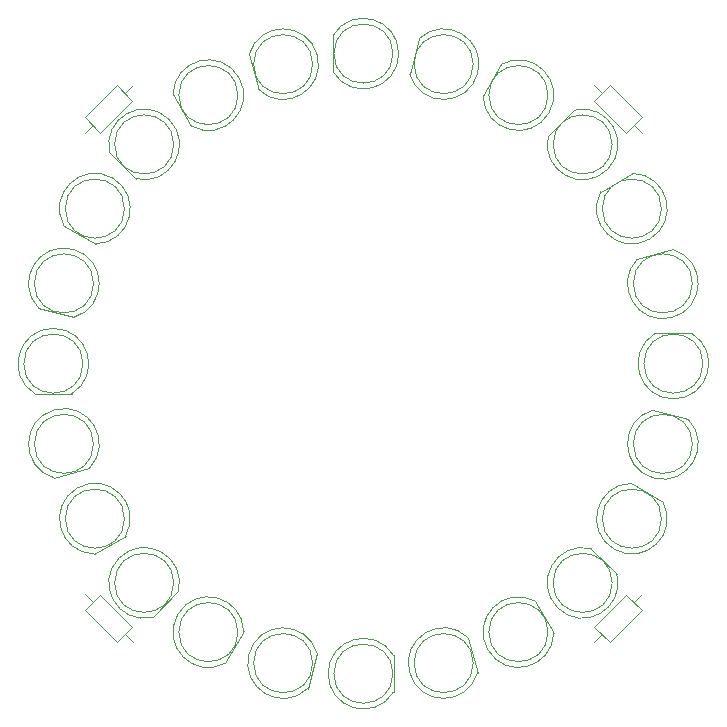
<source format=gbr>
%TF.GenerationSoftware,KiCad,Pcbnew,(5.1.6)-1*%
%TF.CreationDate,2020-08-06T18:29:29-04:00*%
%TF.ProjectId,RingLight,52696e67-4c69-4676-9874-2e6b69636164,rev?*%
%TF.SameCoordinates,Original*%
%TF.FileFunction,Legend,Top*%
%TF.FilePolarity,Positive*%
%FSLAX46Y46*%
G04 Gerber Fmt 4.6, Leading zero omitted, Abs format (unit mm)*
G04 Created by KiCad (PCBNEW (5.1.6)-1) date 2020-08-06 18:29:29*
%MOMM*%
%LPD*%
G01*
G04 APERTURE LIST*
%ADD10C,0.120000*%
G04 APERTURE END LIST*
D10*
%TO.C,D2*%
X77144447Y-93206000D02*
G75*
G03*
X77144447Y-93206000I-2500000J0D01*
G01*
X72489515Y-95278895D02*
X75474226Y-96078646D01*
X75418762Y-90318001D02*
G75*
G03*
X72489679Y-95278939I-774315J-2887999D01*
G01*
X75417870Y-90317761D02*
G75*
G02*
X75474062Y-96078602I-773423J-2888239D01*
G01*
%TO.C,D3*%
X79766833Y-86875000D02*
G75*
G03*
X79766833Y-86875000I-2500000J0D01*
G01*
X74648824Y-88319525D02*
X77324842Y-89864525D01*
X78762233Y-84285815D02*
G75*
G03*
X74648971Y-88319610I-1495400J-2589185D01*
G01*
X78761433Y-84285353D02*
G75*
G02*
X77324695Y-89864440I-1494600J-2589647D01*
G01*
%TO.C,D4*%
X83938447Y-81438447D02*
G75*
G03*
X83938447Y-81438447I-2500000J0D01*
G01*
X78535773Y-82156161D02*
X80720733Y-84341121D01*
X83553023Y-79324523D02*
G75*
G03*
X78535893Y-82156281I-2114576J-2113924D01*
G01*
X83552371Y-79323871D02*
G75*
G02*
X80720613Y-84341001I-2113924J-2114576D01*
G01*
%TO.C,D5*%
X89375000Y-77266833D02*
G75*
G03*
X89375000Y-77266833I-2500000J0D01*
G01*
X83885475Y-77208824D02*
X85430475Y-79884842D01*
X89464647Y-75772233D02*
G75*
G03*
X83885560Y-77208971I-2589647J-1494600D01*
G01*
X89464185Y-75771433D02*
G75*
G02*
X85430390Y-79884695I-2589185J-1495400D01*
G01*
%TO.C,D6*%
X95706000Y-74644447D02*
G75*
G03*
X95706000Y-74644447I-2500000J0D01*
G01*
X90333354Y-73814668D02*
X91133105Y-76799379D01*
X96094239Y-73871024D02*
G75*
G03*
X90333398Y-73814832I-2888239J-773423D01*
G01*
X96093999Y-73870132D02*
G75*
G02*
X91133061Y-76799215I-2887999J-774315D01*
G01*
%TO.C,D7*%
X102500000Y-73750000D02*
G75*
G03*
X102500000Y-73750000I-2500000J0D01*
G01*
X97440000Y-72205000D02*
X97440000Y-75295000D01*
X102990000Y-73750462D02*
G75*
G03*
X97440000Y-72205170I-2990000J462D01*
G01*
X102990000Y-73749538D02*
G75*
G02*
X97440000Y-75294830I-2990000J-462D01*
G01*
%TO.C,D8*%
X109294000Y-74644447D02*
G75*
G03*
X109294000Y-74644447I-2500000J0D01*
G01*
X104721105Y-72489515D02*
X103921354Y-75474226D01*
X109681999Y-75418762D02*
G75*
G03*
X104721061Y-72489679I-2887999J774315D01*
G01*
X109682239Y-75417870D02*
G75*
G02*
X103921398Y-75474062I-2888239J773423D01*
G01*
%TO.C,D9*%
X115625000Y-77266833D02*
G75*
G03*
X115625000Y-77266833I-2500000J0D01*
G01*
X111680475Y-74648824D02*
X110135475Y-77324842D01*
X115714185Y-78762233D02*
G75*
G03*
X111680390Y-74648971I-2589185J1495400D01*
G01*
X115714647Y-78761433D02*
G75*
G02*
X110135560Y-77324695I-2589647J1494600D01*
G01*
%TO.C,D10*%
X121061553Y-81438447D02*
G75*
G03*
X121061553Y-81438447I-2500000J0D01*
G01*
X117843839Y-78535773D02*
X115658879Y-80720733D01*
X120675477Y-83553023D02*
G75*
G03*
X117843719Y-78535893I-2113924J2114576D01*
G01*
X120676129Y-83552371D02*
G75*
G02*
X115658999Y-80720613I-2114576J2113924D01*
G01*
%TO.C,D11*%
X125233167Y-86875000D02*
G75*
G03*
X125233167Y-86875000I-2500000J0D01*
G01*
X122791176Y-83885475D02*
X120115158Y-85430475D01*
X124227767Y-89464647D02*
G75*
G03*
X122791029Y-83885560I-1494600J2589647D01*
G01*
X124228567Y-89464185D02*
G75*
G02*
X120115305Y-85430390I-1495400J2589185D01*
G01*
%TO.C,D12*%
X127855553Y-93206000D02*
G75*
G03*
X127855553Y-93206000I-2500000J0D01*
G01*
X126185332Y-90333354D02*
X123200621Y-91133105D01*
X126128976Y-96094239D02*
G75*
G03*
X126185168Y-90333398I-773423J2888239D01*
G01*
X126129868Y-96093999D02*
G75*
G02*
X123200785Y-91133061I-774315J2887999D01*
G01*
%TO.C,D13*%
X128750000Y-100000000D02*
G75*
G03*
X128750000Y-100000000I-2500000J0D01*
G01*
X127795000Y-97440000D02*
X124705000Y-97440000D01*
X126249538Y-102990000D02*
G75*
G03*
X127794830Y-97440000I462J2990000D01*
G01*
X126250462Y-102990000D02*
G75*
G02*
X124705170Y-97440000I-462J2990000D01*
G01*
%TO.C,D14*%
X127855553Y-106794000D02*
G75*
G03*
X127855553Y-106794000I-2500000J0D01*
G01*
X127510485Y-104721105D02*
X124525774Y-103921354D01*
X124581238Y-109681999D02*
G75*
G03*
X127510321Y-104721061I774315J2887999D01*
G01*
X124582130Y-109682239D02*
G75*
G02*
X124525938Y-103921398I773423J2888239D01*
G01*
%TO.C,D15*%
X125233167Y-113125000D02*
G75*
G03*
X125233167Y-113125000I-2500000J0D01*
G01*
X125351176Y-111680475D02*
X122675158Y-110135475D01*
X121237767Y-115714185D02*
G75*
G03*
X125351029Y-111680390I1495400J2589185D01*
G01*
X121238567Y-115714647D02*
G75*
G02*
X122675305Y-110135560I1494600J2589647D01*
G01*
%TO.C,D16*%
X121061553Y-118561553D02*
G75*
G03*
X121061553Y-118561553I-2500000J0D01*
G01*
X121464227Y-117843839D02*
X119279267Y-115658879D01*
X116446977Y-120675477D02*
G75*
G03*
X121464107Y-117843719I2114576J2113924D01*
G01*
X116447629Y-120676129D02*
G75*
G02*
X119279387Y-115658999I2113924J2114576D01*
G01*
%TO.C,D17*%
X115625000Y-122733167D02*
G75*
G03*
X115625000Y-122733167I-2500000J0D01*
G01*
X116114525Y-122791176D02*
X114569525Y-120115158D01*
X110535353Y-124227767D02*
G75*
G03*
X116114440Y-122791029I2589647J1494600D01*
G01*
X110535815Y-124228567D02*
G75*
G02*
X114569610Y-120115305I2589185J1495400D01*
G01*
%TO.C,D18*%
X109294000Y-125355553D02*
G75*
G03*
X109294000Y-125355553I-2500000J0D01*
G01*
X109666646Y-126185332D02*
X108866895Y-123200621D01*
X103905761Y-126128976D02*
G75*
G03*
X109666602Y-126185168I2888239J773423D01*
G01*
X103906001Y-126129868D02*
G75*
G02*
X108866939Y-123200785I2887999J774315D01*
G01*
%TO.C,D19*%
X102500000Y-126250000D02*
G75*
G03*
X102500000Y-126250000I-2500000J0D01*
G01*
X102560000Y-127795000D02*
X102560000Y-124705000D01*
X97010000Y-126249538D02*
G75*
G03*
X102560000Y-127794830I2990000J-462D01*
G01*
X97010000Y-126250462D02*
G75*
G02*
X102560000Y-124705170I2990000J462D01*
G01*
%TO.C,D20*%
X95706000Y-125355553D02*
G75*
G03*
X95706000Y-125355553I-2500000J0D01*
G01*
X95278895Y-127510485D02*
X96078646Y-124525774D01*
X90318001Y-124581238D02*
G75*
G03*
X95278939Y-127510321I2887999J-774315D01*
G01*
X90317761Y-124582130D02*
G75*
G02*
X96078602Y-124525938I2888239J-773423D01*
G01*
%TO.C,D21*%
X89375000Y-122733167D02*
G75*
G03*
X89375000Y-122733167I-2500000J0D01*
G01*
X88319525Y-125351176D02*
X89864525Y-122675158D01*
X84285815Y-121237767D02*
G75*
G03*
X88319610Y-125351029I2589185J-1495400D01*
G01*
X84285353Y-121238567D02*
G75*
G02*
X89864440Y-122675305I2589647J-1494600D01*
G01*
%TO.C,D22*%
X83938447Y-118561553D02*
G75*
G03*
X83938447Y-118561553I-2500000J0D01*
G01*
X82156161Y-121464227D02*
X84341121Y-119279267D01*
X79324523Y-116446977D02*
G75*
G03*
X82156281Y-121464107I2113924J-2114576D01*
G01*
X79323871Y-116447629D02*
G75*
G02*
X84341001Y-119279387I2114576J-2113924D01*
G01*
%TO.C,D23*%
X79766833Y-113125000D02*
G75*
G03*
X79766833Y-113125000I-2500000J0D01*
G01*
X77208824Y-116114525D02*
X79884842Y-114569525D01*
X75772233Y-110535353D02*
G75*
G03*
X77208971Y-116114440I1494600J-2589647D01*
G01*
X75771433Y-110535815D02*
G75*
G02*
X79884695Y-114569610I1495400J-2589185D01*
G01*
%TO.C,D24*%
X77144447Y-106794000D02*
G75*
G03*
X77144447Y-106794000I-2500000J0D01*
G01*
X73814668Y-109666646D02*
X76799379Y-108866895D01*
X73871024Y-103905761D02*
G75*
G03*
X73814832Y-109666602I773423J-2888239D01*
G01*
X73870132Y-103906001D02*
G75*
G02*
X76799215Y-108866939I774315J-2887999D01*
G01*
%TO.C,D1*%
X72205000Y-102560000D02*
X75295000Y-102560000D01*
X76250000Y-100000000D02*
G75*
G03*
X76250000Y-100000000I-2500000J0D01*
G01*
X73749538Y-97010000D02*
G75*
G02*
X75294830Y-102560000I462J-2990000D01*
G01*
X73750462Y-97010000D02*
G75*
G03*
X72205170Y-102560000I-462J-2990000D01*
G01*
%TO.C,R2*%
X120859650Y-76425060D02*
X119558574Y-77726136D01*
X119558574Y-77726136D02*
X122273864Y-80441426D01*
X122273864Y-80441426D02*
X123574940Y-79140350D01*
X123574940Y-79140350D02*
X120859650Y-76425060D01*
X119537360Y-76403846D02*
X120209112Y-77075598D01*
X123596153Y-80462639D02*
X122924402Y-79790888D01*
%TO.C,R1*%
X76425060Y-79140350D02*
X77726136Y-80441426D01*
X77726136Y-80441426D02*
X80441426Y-77726136D01*
X80441426Y-77726136D02*
X79140350Y-76425060D01*
X79140350Y-76425060D02*
X76425060Y-79140350D01*
X76403846Y-80462640D02*
X77075598Y-79790888D01*
X80462639Y-76403847D02*
X79790888Y-77075598D01*
%TO.C,R3*%
X123574940Y-120859650D02*
X122273864Y-119558574D01*
X122273864Y-119558574D02*
X119558574Y-122273864D01*
X119558574Y-122273864D02*
X120859650Y-123574940D01*
X120859650Y-123574940D02*
X123574940Y-120859650D01*
X123596154Y-119537360D02*
X122924402Y-120209112D01*
X119537361Y-123596153D02*
X120209112Y-122924402D01*
%TO.C,R4*%
X79140350Y-123574940D02*
X80441426Y-122273864D01*
X80441426Y-122273864D02*
X77726136Y-119558574D01*
X77726136Y-119558574D02*
X76425060Y-120859650D01*
X76425060Y-120859650D02*
X79140350Y-123574940D01*
X80462640Y-123596154D02*
X79790888Y-122924402D01*
X76403847Y-119537361D02*
X77075598Y-120209112D01*
%TD*%
M02*

</source>
